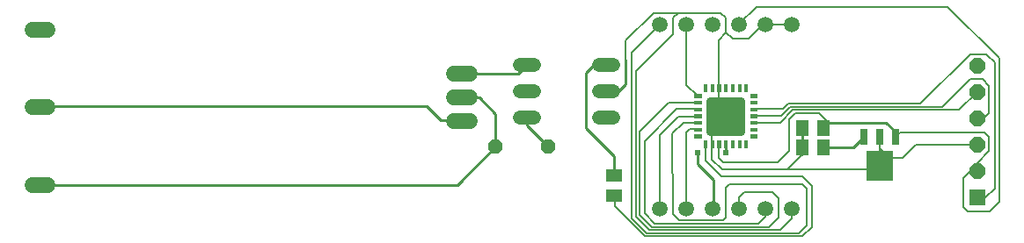
<source format=gtl>
G75*
G70*
%OFA0B0*%
%FSLAX24Y24*%
%IPPOS*%
%LPD*%
%AMOC8*
5,1,8,0,0,1.08239X$1,22.5*
%
%ADD10C,0.0028*%
%ADD11C,0.0291*%
%ADD12C,0.0594*%
%ADD13C,0.0520*%
%ADD14OC8,0.0520*%
%ADD15R,0.0591X0.0472*%
%ADD16R,0.0512X0.0630*%
%ADD17R,0.0315X0.0591*%
%ADD18R,0.0984X0.1181*%
%ADD19C,0.0594*%
%ADD20R,0.0600X0.0600*%
%ADD21OC8,0.0600*%
%ADD22C,0.0600*%
%ADD23C,0.0100*%
%ADD24C,0.0060*%
%ADD25C,0.0240*%
D10*
X027802Y005925D02*
X027802Y006035D01*
X028050Y006035D01*
X028050Y005925D01*
X027802Y005925D01*
X027802Y005952D02*
X028050Y005952D01*
X028050Y005979D02*
X027802Y005979D01*
X027802Y006006D02*
X028050Y006006D01*
X028050Y006033D02*
X027802Y006033D01*
X027802Y006181D02*
X027802Y006291D01*
X028050Y006291D01*
X028050Y006181D01*
X027802Y006181D01*
X027802Y006208D02*
X028050Y006208D01*
X028050Y006235D02*
X027802Y006235D01*
X027802Y006262D02*
X028050Y006262D01*
X028050Y006289D02*
X027802Y006289D01*
X027802Y006437D02*
X027802Y006547D01*
X028050Y006547D01*
X028050Y006437D01*
X027802Y006437D01*
X027802Y006464D02*
X028050Y006464D01*
X028050Y006491D02*
X027802Y006491D01*
X027802Y006518D02*
X028050Y006518D01*
X028050Y006545D02*
X027802Y006545D01*
X027802Y006693D02*
X027802Y006803D01*
X028050Y006803D01*
X028050Y006693D01*
X027802Y006693D01*
X027802Y006720D02*
X028050Y006720D01*
X028050Y006747D02*
X027802Y006747D01*
X027802Y006774D02*
X028050Y006774D01*
X028050Y006801D02*
X027802Y006801D01*
X027802Y006949D02*
X027802Y007059D01*
X028050Y007059D01*
X028050Y006949D01*
X027802Y006949D01*
X027802Y006976D02*
X028050Y006976D01*
X028050Y007003D02*
X027802Y007003D01*
X027802Y007030D02*
X028050Y007030D01*
X028050Y007057D02*
X027802Y007057D01*
X027802Y007205D02*
X027802Y007315D01*
X028050Y007315D01*
X028050Y007205D01*
X027802Y007205D01*
X027802Y007232D02*
X028050Y007232D01*
X028050Y007259D02*
X027802Y007259D01*
X027802Y007286D02*
X028050Y007286D01*
X028050Y007313D02*
X027802Y007313D01*
X027802Y007460D02*
X027802Y007570D01*
X028050Y007570D01*
X028050Y007460D01*
X027802Y007460D01*
X027802Y007487D02*
X028050Y007487D01*
X028050Y007514D02*
X027802Y007514D01*
X027802Y007541D02*
X028050Y007541D01*
X028050Y007568D02*
X027802Y007568D01*
X028166Y007687D02*
X028166Y007935D01*
X028276Y007935D01*
X028276Y007687D01*
X028166Y007687D01*
X028166Y007714D02*
X028276Y007714D01*
X028276Y007741D02*
X028166Y007741D01*
X028166Y007768D02*
X028276Y007768D01*
X028276Y007795D02*
X028166Y007795D01*
X028166Y007822D02*
X028276Y007822D01*
X028276Y007849D02*
X028166Y007849D01*
X028166Y007876D02*
X028276Y007876D01*
X028276Y007903D02*
X028166Y007903D01*
X028166Y007930D02*
X028276Y007930D01*
X028422Y007935D02*
X028422Y007687D01*
X028422Y007935D02*
X028532Y007935D01*
X028532Y007687D01*
X028422Y007687D01*
X028422Y007714D02*
X028532Y007714D01*
X028532Y007741D02*
X028422Y007741D01*
X028422Y007768D02*
X028532Y007768D01*
X028532Y007795D02*
X028422Y007795D01*
X028422Y007822D02*
X028532Y007822D01*
X028532Y007849D02*
X028422Y007849D01*
X028422Y007876D02*
X028532Y007876D01*
X028532Y007903D02*
X028422Y007903D01*
X028422Y007930D02*
X028532Y007930D01*
X028678Y007935D02*
X028678Y007687D01*
X028678Y007935D02*
X028788Y007935D01*
X028788Y007687D01*
X028678Y007687D01*
X028678Y007714D02*
X028788Y007714D01*
X028788Y007741D02*
X028678Y007741D01*
X028678Y007768D02*
X028788Y007768D01*
X028788Y007795D02*
X028678Y007795D01*
X028678Y007822D02*
X028788Y007822D01*
X028788Y007849D02*
X028678Y007849D01*
X028678Y007876D02*
X028788Y007876D01*
X028788Y007903D02*
X028678Y007903D01*
X028678Y007930D02*
X028788Y007930D01*
X028934Y007935D02*
X028934Y007687D01*
X028934Y007935D02*
X029044Y007935D01*
X029044Y007687D01*
X028934Y007687D01*
X028934Y007714D02*
X029044Y007714D01*
X029044Y007741D02*
X028934Y007741D01*
X028934Y007768D02*
X029044Y007768D01*
X029044Y007795D02*
X028934Y007795D01*
X028934Y007822D02*
X029044Y007822D01*
X029044Y007849D02*
X028934Y007849D01*
X028934Y007876D02*
X029044Y007876D01*
X029044Y007903D02*
X028934Y007903D01*
X028934Y007930D02*
X029044Y007930D01*
X029190Y007935D02*
X029190Y007687D01*
X029190Y007935D02*
X029300Y007935D01*
X029300Y007687D01*
X029190Y007687D01*
X029190Y007714D02*
X029300Y007714D01*
X029300Y007741D02*
X029190Y007741D01*
X029190Y007768D02*
X029300Y007768D01*
X029300Y007795D02*
X029190Y007795D01*
X029190Y007822D02*
X029300Y007822D01*
X029300Y007849D02*
X029190Y007849D01*
X029190Y007876D02*
X029300Y007876D01*
X029300Y007903D02*
X029190Y007903D01*
X029190Y007930D02*
X029300Y007930D01*
X029446Y007935D02*
X029446Y007687D01*
X029446Y007935D02*
X029556Y007935D01*
X029556Y007687D01*
X029446Y007687D01*
X029446Y007714D02*
X029556Y007714D01*
X029556Y007741D02*
X029446Y007741D01*
X029446Y007768D02*
X029556Y007768D01*
X029556Y007795D02*
X029446Y007795D01*
X029446Y007822D02*
X029556Y007822D01*
X029556Y007849D02*
X029446Y007849D01*
X029446Y007876D02*
X029556Y007876D01*
X029556Y007903D02*
X029446Y007903D01*
X029446Y007930D02*
X029556Y007930D01*
X029702Y007935D02*
X029702Y007687D01*
X029702Y007935D02*
X029812Y007935D01*
X029812Y007687D01*
X029702Y007687D01*
X029702Y007714D02*
X029812Y007714D01*
X029812Y007741D02*
X029702Y007741D01*
X029702Y007768D02*
X029812Y007768D01*
X029812Y007795D02*
X029702Y007795D01*
X029702Y007822D02*
X029812Y007822D01*
X029812Y007849D02*
X029702Y007849D01*
X029702Y007876D02*
X029812Y007876D01*
X029812Y007903D02*
X029702Y007903D01*
X029702Y007930D02*
X029812Y007930D01*
X029928Y007570D02*
X029928Y007460D01*
X029928Y007570D02*
X030176Y007570D01*
X030176Y007460D01*
X029928Y007460D01*
X029928Y007487D02*
X030176Y007487D01*
X030176Y007514D02*
X029928Y007514D01*
X029928Y007541D02*
X030176Y007541D01*
X030176Y007568D02*
X029928Y007568D01*
X029928Y007315D02*
X029928Y007205D01*
X029928Y007315D02*
X030176Y007315D01*
X030176Y007205D01*
X029928Y007205D01*
X029928Y007232D02*
X030176Y007232D01*
X030176Y007259D02*
X029928Y007259D01*
X029928Y007286D02*
X030176Y007286D01*
X030176Y007313D02*
X029928Y007313D01*
X029928Y007059D02*
X029928Y006949D01*
X029928Y007059D02*
X030176Y007059D01*
X030176Y006949D01*
X029928Y006949D01*
X029928Y006976D02*
X030176Y006976D01*
X030176Y007003D02*
X029928Y007003D01*
X029928Y007030D02*
X030176Y007030D01*
X030176Y007057D02*
X029928Y007057D01*
X029928Y006803D02*
X029928Y006693D01*
X029928Y006803D02*
X030176Y006803D01*
X030176Y006693D01*
X029928Y006693D01*
X029928Y006720D02*
X030176Y006720D01*
X030176Y006747D02*
X029928Y006747D01*
X029928Y006774D02*
X030176Y006774D01*
X030176Y006801D02*
X029928Y006801D01*
X029928Y006547D02*
X029928Y006437D01*
X029928Y006547D02*
X030176Y006547D01*
X030176Y006437D01*
X029928Y006437D01*
X029928Y006464D02*
X030176Y006464D01*
X030176Y006491D02*
X029928Y006491D01*
X029928Y006518D02*
X030176Y006518D01*
X030176Y006545D02*
X029928Y006545D01*
X029928Y006291D02*
X029928Y006181D01*
X029928Y006291D02*
X030176Y006291D01*
X030176Y006181D01*
X029928Y006181D01*
X029928Y006208D02*
X030176Y006208D01*
X030176Y006235D02*
X029928Y006235D01*
X029928Y006262D02*
X030176Y006262D01*
X030176Y006289D02*
X029928Y006289D01*
X029928Y006035D02*
X029928Y005925D01*
X029928Y006035D02*
X030176Y006035D01*
X030176Y005925D01*
X029928Y005925D01*
X029928Y005952D02*
X030176Y005952D01*
X030176Y005979D02*
X029928Y005979D01*
X029928Y006006D02*
X030176Y006006D01*
X030176Y006033D02*
X029928Y006033D01*
X029702Y005809D02*
X029702Y005561D01*
X029702Y005809D02*
X029812Y005809D01*
X029812Y005561D01*
X029702Y005561D01*
X029702Y005588D02*
X029812Y005588D01*
X029812Y005615D02*
X029702Y005615D01*
X029702Y005642D02*
X029812Y005642D01*
X029812Y005669D02*
X029702Y005669D01*
X029702Y005696D02*
X029812Y005696D01*
X029812Y005723D02*
X029702Y005723D01*
X029702Y005750D02*
X029812Y005750D01*
X029812Y005777D02*
X029702Y005777D01*
X029702Y005804D02*
X029812Y005804D01*
X029446Y005809D02*
X029446Y005561D01*
X029446Y005809D02*
X029556Y005809D01*
X029556Y005561D01*
X029446Y005561D01*
X029446Y005588D02*
X029556Y005588D01*
X029556Y005615D02*
X029446Y005615D01*
X029446Y005642D02*
X029556Y005642D01*
X029556Y005669D02*
X029446Y005669D01*
X029446Y005696D02*
X029556Y005696D01*
X029556Y005723D02*
X029446Y005723D01*
X029446Y005750D02*
X029556Y005750D01*
X029556Y005777D02*
X029446Y005777D01*
X029446Y005804D02*
X029556Y005804D01*
X029190Y005809D02*
X029190Y005561D01*
X029190Y005809D02*
X029300Y005809D01*
X029300Y005561D01*
X029190Y005561D01*
X029190Y005588D02*
X029300Y005588D01*
X029300Y005615D02*
X029190Y005615D01*
X029190Y005642D02*
X029300Y005642D01*
X029300Y005669D02*
X029190Y005669D01*
X029190Y005696D02*
X029300Y005696D01*
X029300Y005723D02*
X029190Y005723D01*
X029190Y005750D02*
X029300Y005750D01*
X029300Y005777D02*
X029190Y005777D01*
X029190Y005804D02*
X029300Y005804D01*
X028934Y005809D02*
X028934Y005561D01*
X028934Y005809D02*
X029044Y005809D01*
X029044Y005561D01*
X028934Y005561D01*
X028934Y005588D02*
X029044Y005588D01*
X029044Y005615D02*
X028934Y005615D01*
X028934Y005642D02*
X029044Y005642D01*
X029044Y005669D02*
X028934Y005669D01*
X028934Y005696D02*
X029044Y005696D01*
X029044Y005723D02*
X028934Y005723D01*
X028934Y005750D02*
X029044Y005750D01*
X029044Y005777D02*
X028934Y005777D01*
X028934Y005804D02*
X029044Y005804D01*
X028678Y005809D02*
X028678Y005561D01*
X028678Y005809D02*
X028788Y005809D01*
X028788Y005561D01*
X028678Y005561D01*
X028678Y005588D02*
X028788Y005588D01*
X028788Y005615D02*
X028678Y005615D01*
X028678Y005642D02*
X028788Y005642D01*
X028788Y005669D02*
X028678Y005669D01*
X028678Y005696D02*
X028788Y005696D01*
X028788Y005723D02*
X028678Y005723D01*
X028678Y005750D02*
X028788Y005750D01*
X028788Y005777D02*
X028678Y005777D01*
X028678Y005804D02*
X028788Y005804D01*
X028422Y005809D02*
X028422Y005561D01*
X028422Y005809D02*
X028532Y005809D01*
X028532Y005561D01*
X028422Y005561D01*
X028422Y005588D02*
X028532Y005588D01*
X028532Y005615D02*
X028422Y005615D01*
X028422Y005642D02*
X028532Y005642D01*
X028532Y005669D02*
X028422Y005669D01*
X028422Y005696D02*
X028532Y005696D01*
X028532Y005723D02*
X028422Y005723D01*
X028422Y005750D02*
X028532Y005750D01*
X028532Y005777D02*
X028422Y005777D01*
X028422Y005804D02*
X028532Y005804D01*
X028166Y005809D02*
X028166Y005561D01*
X028166Y005809D02*
X028276Y005809D01*
X028276Y005561D01*
X028166Y005561D01*
X028166Y005588D02*
X028276Y005588D01*
X028276Y005615D02*
X028166Y005615D01*
X028166Y005642D02*
X028276Y005642D01*
X028276Y005669D02*
X028166Y005669D01*
X028166Y005696D02*
X028276Y005696D01*
X028276Y005723D02*
X028166Y005723D01*
X028166Y005750D02*
X028276Y005750D01*
X028276Y005777D02*
X028166Y005777D01*
X028166Y005804D02*
X028276Y005804D01*
D11*
X028406Y006165D02*
X028406Y007331D01*
X029572Y007331D01*
X029572Y006165D01*
X028406Y006165D01*
X028406Y006455D02*
X029572Y006455D01*
X029572Y006745D02*
X028406Y006745D01*
X028406Y007035D02*
X029572Y007035D01*
X029572Y007325D02*
X028406Y007325D01*
D12*
X028508Y010215D03*
X027508Y010215D03*
X026508Y010215D03*
X029508Y010215D03*
X030508Y010215D03*
X031508Y010215D03*
X031508Y003215D03*
X030508Y003215D03*
X029508Y003215D03*
X028508Y003215D03*
X027508Y003215D03*
X026508Y003215D03*
D13*
X024731Y006684D02*
X024211Y006684D01*
X021731Y006684D02*
X021211Y006684D01*
X021211Y007684D02*
X021731Y007684D01*
X024211Y007684D02*
X024731Y007684D01*
X024731Y008684D02*
X024211Y008684D01*
X021731Y008684D02*
X021211Y008684D01*
D14*
X020278Y005571D03*
X022278Y005571D03*
D15*
X024770Y004471D03*
X024770Y003721D03*
D16*
X031896Y005546D03*
X032684Y005546D03*
X032684Y006289D03*
X031896Y006289D03*
D17*
X034235Y005961D03*
X034826Y005961D03*
X035416Y005961D03*
D18*
X034826Y004858D03*
D19*
X003311Y004118D02*
X002717Y004118D01*
X002717Y007071D02*
X003311Y007071D01*
X003311Y010023D02*
X002717Y010023D01*
D20*
X038519Y003646D03*
D21*
X038519Y004646D03*
X038519Y005646D03*
X038519Y006646D03*
X038519Y007646D03*
X038519Y008646D03*
D22*
X019300Y008348D02*
X018700Y008348D01*
X018700Y007448D02*
X019300Y007448D01*
X019300Y006548D02*
X018700Y006548D01*
D23*
X018990Y006578D02*
X018210Y006578D01*
X017670Y007118D01*
X003030Y007118D01*
X003014Y004118D02*
X018825Y004118D01*
X020278Y005571D01*
X020278Y006820D01*
X019650Y007448D01*
X018900Y007448D01*
X021471Y006684D02*
X021471Y006378D01*
X022278Y005571D01*
X023700Y006278D02*
X023700Y008378D01*
X024000Y008678D01*
X024465Y008678D01*
X024471Y008684D01*
X025200Y008888D02*
X025200Y007958D01*
X024930Y007688D01*
X024475Y007688D01*
X024471Y007684D01*
X021471Y008684D02*
X021135Y008348D01*
X019000Y008348D01*
X023700Y006278D02*
X024770Y005208D01*
X024770Y004471D01*
X027930Y004928D02*
X027930Y005348D01*
X029010Y005348D02*
X029010Y005648D01*
X028989Y005685D01*
X027930Y004928D02*
X028530Y004328D01*
X028530Y003668D01*
X028508Y003215D01*
X031890Y005288D02*
X031890Y006283D01*
X031896Y006289D01*
X032883Y006488D02*
X035070Y006488D01*
X035416Y006141D01*
X034235Y005961D02*
X033820Y005546D01*
X032684Y005546D01*
D24*
X031890Y005288D02*
X031320Y004718D01*
X034560Y004718D01*
X034590Y004748D01*
X034650Y004748D01*
X034770Y004868D01*
X034770Y004928D01*
X034826Y004984D01*
X034826Y005961D01*
X034830Y005957D01*
X034830Y005528D01*
X035220Y005138D01*
X035700Y005138D01*
X036208Y005646D01*
X038519Y005646D01*
X038970Y005408D02*
X038970Y005948D01*
X038790Y006128D01*
X035583Y006128D01*
X035416Y005961D01*
X032883Y006488D02*
X032684Y006289D01*
X032883Y006488D02*
X032523Y006848D01*
X031620Y006848D01*
X031380Y006608D01*
X031380Y005408D01*
X030960Y004988D01*
X028890Y004988D01*
X028733Y005145D01*
X028733Y005685D01*
X028477Y005685D02*
X028477Y007185D01*
X028740Y007448D01*
X028740Y007804D01*
X028733Y007811D01*
X028733Y009631D01*
X029010Y009908D01*
X029250Y009668D01*
X029850Y009668D01*
X030397Y010215D01*
X030508Y010215D02*
X031508Y010215D01*
X030150Y010898D02*
X029508Y010256D01*
X029508Y010215D01*
X029010Y010478D02*
X029010Y009908D01*
X027508Y010215D02*
X027508Y007933D01*
X027926Y007515D01*
X027926Y007260D02*
X026842Y007260D01*
X025740Y006158D01*
X025740Y002978D01*
X026190Y002528D01*
X030630Y002528D01*
X030990Y002888D01*
X030990Y003608D01*
X030750Y003848D01*
X029700Y003848D01*
X029508Y003656D01*
X029508Y003215D01*
X029010Y002888D02*
X029010Y004028D01*
X029130Y004148D01*
X031890Y004148D01*
X032070Y003968D01*
X032070Y002588D01*
X031770Y002288D01*
X026010Y002288D01*
X025440Y002858D01*
X025440Y009147D01*
X026508Y010215D01*
X027000Y010478D02*
X027000Y009848D01*
X025590Y008438D01*
X025590Y002918D01*
X026100Y002408D01*
X031050Y002408D01*
X031508Y002866D01*
X031508Y003215D01*
X030540Y003248D02*
X030480Y003188D01*
X030480Y003008D01*
X030510Y003008D01*
X030510Y003158D01*
X030508Y003215D02*
X030508Y002916D01*
X030510Y002918D01*
X030510Y003008D01*
X030508Y002916D02*
X030240Y002648D01*
X026310Y002648D01*
X025920Y003038D01*
X025920Y005798D01*
X027126Y007004D01*
X027926Y007004D01*
X027926Y006748D02*
X027870Y006728D01*
X027210Y006728D01*
X026490Y006008D01*
X026490Y003668D01*
X026508Y003215D01*
X027000Y003008D02*
X027240Y002768D01*
X028890Y002768D01*
X029010Y002888D01*
X027508Y003215D02*
X027510Y003668D01*
X027510Y006128D01*
X027630Y006248D01*
X027870Y006248D01*
X027926Y006236D01*
X027926Y006492D02*
X027394Y006492D01*
X026970Y006068D01*
X027000Y003008D01*
X025920Y002168D02*
X024780Y003308D01*
X024780Y003711D01*
X024770Y003721D01*
X028230Y005048D02*
X028830Y004448D01*
X031890Y004448D01*
X032250Y004088D01*
X032250Y002528D01*
X031890Y002168D01*
X025920Y002168D01*
X028477Y005101D02*
X028860Y004718D01*
X031320Y004718D01*
X028477Y005101D02*
X028477Y005685D01*
X028230Y005676D02*
X028221Y005685D01*
X028230Y005676D02*
X028230Y005048D01*
X030052Y006492D02*
X031054Y006492D01*
X031530Y006968D01*
X037841Y006968D01*
X038519Y007646D01*
X038970Y007898D02*
X038970Y006848D01*
X038790Y006668D01*
X038541Y006668D01*
X038519Y006646D01*
X037200Y007088D02*
X038250Y008138D01*
X038730Y008138D01*
X038970Y007898D01*
X039180Y008768D02*
X039180Y003998D01*
X038820Y003638D01*
X038527Y003638D01*
X038519Y003646D01*
X039000Y003128D02*
X039360Y003488D01*
X039360Y008948D01*
X037410Y010898D01*
X030150Y010898D01*
X029010Y010478D02*
X028800Y010658D01*
X027180Y010658D01*
X027000Y010478D01*
X027180Y010658D02*
X026250Y010658D01*
X025200Y009608D01*
X025200Y008888D01*
X030052Y007004D02*
X031146Y007004D01*
X031350Y007208D01*
X036360Y007208D01*
X038250Y009098D01*
X038850Y009098D01*
X039180Y008768D01*
X037200Y007088D02*
X031440Y007088D01*
X031100Y006748D01*
X030052Y006748D01*
X038010Y004388D02*
X038010Y003278D01*
X038160Y003128D01*
X039000Y003128D01*
X038010Y004388D02*
X038268Y004646D01*
X038519Y004646D01*
X038519Y004957D01*
X038970Y005408D01*
D25*
X029010Y005348D03*
X027930Y005348D03*
M02*

</source>
